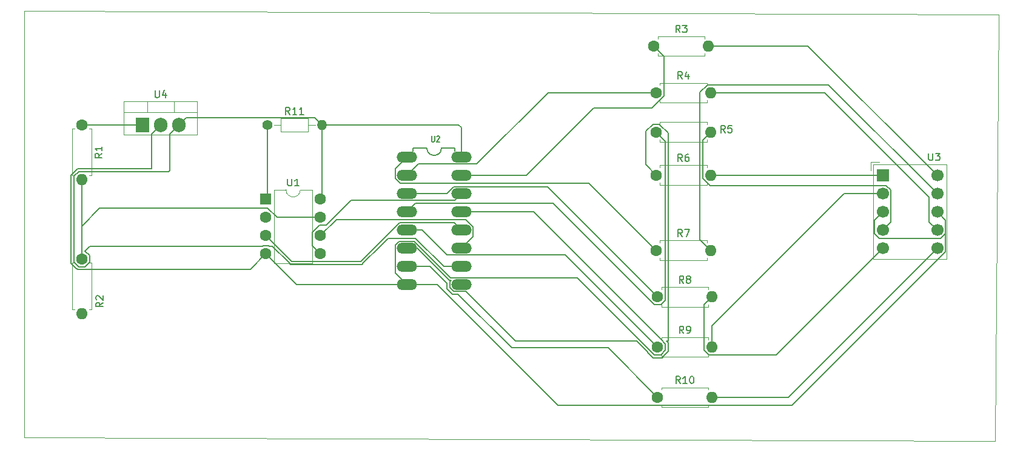
<source format=gbr>
%TF.GenerationSoftware,KiCad,Pcbnew,9.0.0*%
%TF.CreationDate,2025-08-01T20:17:22+05:30*%
%TF.ProjectId,EV_Battery_Level_Indicator,45565f42-6174-4746-9572-795f4c657665,rev?*%
%TF.SameCoordinates,Original*%
%TF.FileFunction,Copper,L2,Bot*%
%TF.FilePolarity,Positive*%
%FSLAX46Y46*%
G04 Gerber Fmt 4.6, Leading zero omitted, Abs format (unit mm)*
G04 Created by KiCad (PCBNEW 9.0.0) date 2025-08-01 20:17:22*
%MOMM*%
%LPD*%
G01*
G04 APERTURE LIST*
G04 Aperture macros list*
%AMRoundRect*
0 Rectangle with rounded corners*
0 $1 Rounding radius*
0 $2 $3 $4 $5 $6 $7 $8 $9 X,Y pos of 4 corners*
0 Add a 4 corners polygon primitive as box body*
4,1,4,$2,$3,$4,$5,$6,$7,$8,$9,$2,$3,0*
0 Add four circle primitives for the rounded corners*
1,1,$1+$1,$2,$3*
1,1,$1+$1,$4,$5*
1,1,$1+$1,$6,$7*
1,1,$1+$1,$8,$9*
0 Add four rect primitives between the rounded corners*
20,1,$1+$1,$2,$3,$4,$5,0*
20,1,$1+$1,$4,$5,$6,$7,0*
20,1,$1+$1,$6,$7,$8,$9,0*
20,1,$1+$1,$8,$9,$2,$3,0*%
G04 Aperture macros list end*
%TA.AperFunction,ComponentPad*%
%ADD10C,1.400000*%
%TD*%
%TA.AperFunction,ComponentPad*%
%ADD11O,1.400000X1.400000*%
%TD*%
%TA.AperFunction,ComponentPad*%
%ADD12R,1.905000X2.000000*%
%TD*%
%TA.AperFunction,ComponentPad*%
%ADD13O,1.905000X2.000000*%
%TD*%
%TA.AperFunction,ComponentPad*%
%ADD14C,1.600000*%
%TD*%
%TA.AperFunction,ComponentPad*%
%ADD15O,1.600000X1.600000*%
%TD*%
%TA.AperFunction,ComponentPad*%
%ADD16R,1.700000X1.700000*%
%TD*%
%TA.AperFunction,ComponentPad*%
%ADD17C,1.700000*%
%TD*%
%TA.AperFunction,ComponentPad*%
%ADD18O,2.641600X1.320800*%
%TD*%
%TA.AperFunction,ComponentPad*%
%ADD19RoundRect,0.250000X-0.550000X-0.550000X0.550000X-0.550000X0.550000X0.550000X-0.550000X0.550000X0*%
%TD*%
%ADD20C,1.400000*%
%ADD21O,1.400000X1.400000*%
%ADD22R,1.905000X2.000000*%
%ADD23O,1.905000X2.000000*%
%ADD24C,1.600000*%
%ADD25O,1.600000X1.600000*%
%ADD26R,1.700000X1.700000*%
%ADD27C,1.700000*%
%ADD28O,2.641600X1.320800*%
%ADD29RoundRect,0.250000X-0.550000X-0.550000X0.550000X-0.550000X0.550000X0.550000X-0.550000X0.550000X0*%
%TA.AperFunction,Conductor*%
%ADD30C,0.200000*%
%TD*%
%ADD31O,2.845600X1.524800*%
%ADD32C,0.150000*%
%ADD33C,0.120000*%
%ADD34C,0.127000*%
%ADD35C,0.152400*%
%TA.AperFunction,Profile*%
%ADD36C,0.050000*%
%TD*%
G04 APERTURE END LIST*
D10*
%TO.P,R11,1*%
%TO.N,Net-(U1-~{RESET}{slash}PB5)*%
X123380000Y-90880000D03*
D11*
%TO.P,R11,2*%
%TO.N,Net-(U1-VCC)*%
X131000000Y-90880000D03*
%TD*%
D12*
%TO.P,U4,1,VI*%
%TO.N,Net-(BT1-+)*%
X105960000Y-90880000D03*
D13*
%TO.P,U4,2,GND*%
%TO.N,GND*%
X108500000Y-90880000D03*
%TO.P,U4,3,VO*%
%TO.N,Net-(U1-VCC)*%
X111040000Y-90880000D03*
%TD*%
D14*
%TO.P,R5,1*%
%TO.N,Net-(U2-QE)*%
X177690000Y-91880000D03*
D15*
%TO.P,R5,2*%
%TO.N,Net-(U3-E)*%
X185310000Y-91880000D03*
%TD*%
D16*
%TO.P,U3,1,G*%
%TO.N,Net-(U3-G)*%
X209317500Y-97927500D03*
D17*
%TO.P,U3,2,F*%
%TO.N,Net-(U3-F)*%
X209317500Y-100467500D03*
%TO.P,U3,3,CC*%
%TO.N,GND*%
X209317500Y-103007500D03*
%TO.P,U3,4,E*%
%TO.N,Net-(U3-E)*%
X209317500Y-105547500D03*
%TO.P,U3,5,D*%
%TO.N,Net-(U3-D)*%
X209317500Y-108087500D03*
%TO.P,U3,6,DP*%
%TO.N,Net-(U3-DP)*%
X216937500Y-108087500D03*
%TO.P,U3,7,C*%
%TO.N,Net-(U3-C)*%
X216937500Y-105547500D03*
%TO.P,U3,8,CC*%
%TO.N,GND*%
X216937500Y-103007500D03*
%TO.P,U3,9,B*%
%TO.N,Net-(U3-B)*%
X216937500Y-100467500D03*
%TO.P,U3,10,A*%
%TO.N,Net-(U3-A)*%
X216937500Y-97927500D03*
%TD*%
D14*
%TO.P,R2,1*%
%TO.N,Net-(U1-PB2)*%
X97500000Y-109570000D03*
D15*
%TO.P,R2,2*%
%TO.N,Net-(BT1--)*%
X97500000Y-117190000D03*
%TD*%
D14*
%TO.P,R4,1*%
%TO.N,Net-(U2-QC)*%
X177690000Y-86380000D03*
D15*
%TO.P,R4,2*%
%TO.N,Net-(U3-C)*%
X185310000Y-86380000D03*
%TD*%
D14*
%TO.P,R9,1*%
%TO.N,Net-(U2-QF)*%
X177880000Y-121880000D03*
D15*
%TO.P,R9,2*%
%TO.N,Net-(U3-F)*%
X185500000Y-121880000D03*
%TD*%
D14*
%TO.P,R1,1*%
%TO.N,Net-(BT1-+)*%
X97500000Y-90880000D03*
D15*
%TO.P,R1,2*%
%TO.N,Net-(U1-PB2)*%
X97500000Y-98500000D03*
%TD*%
D14*
%TO.P,R6,1*%
%TO.N,Net-(U2-QG)*%
X177690000Y-97880000D03*
D15*
%TO.P,R6,2*%
%TO.N,Net-(U3-G)*%
X185310000Y-97880000D03*
%TD*%
D14*
%TO.P,R10,1*%
%TO.N,Net-(U2-QH)*%
X177880000Y-128880000D03*
D15*
%TO.P,R10,2*%
%TO.N,Net-(U3-DP)*%
X185500000Y-128880000D03*
%TD*%
D14*
%TO.P,R7,1*%
%TO.N,Net-(U2-QB)*%
X177690000Y-108380000D03*
D15*
%TO.P,R7,2*%
%TO.N,Net-(U3-B)*%
X185310000Y-108380000D03*
%TD*%
D14*
%TO.P,R8,1*%
%TO.N,Net-(U2-QD)*%
X177880000Y-114880000D03*
D15*
%TO.P,R8,2*%
%TO.N,Net-(U3-D)*%
X185500000Y-114880000D03*
%TD*%
D14*
%TO.P,R3,1*%
%TO.N,Net-(U2-QA)*%
X177380000Y-79880000D03*
D15*
%TO.P,R3,2*%
%TO.N,Net-(U3-A)*%
X185000000Y-79880000D03*
%TD*%
D18*
%TO.P,U2,1,QB*%
%TO.N,Net-(U2-QB)*%
X142880000Y-95380000D03*
%TO.P,U2,2,QC*%
%TO.N,Net-(U2-QC)*%
X142880000Y-97920000D03*
%TO.P,U2,3,QD*%
%TO.N,Net-(U2-QD)*%
X142880000Y-100460000D03*
%TO.P,U2,4,QE*%
%TO.N,Net-(U2-QE)*%
X142880000Y-103000000D03*
%TO.P,U2,5,QF*%
%TO.N,Net-(U2-QF)*%
X142880000Y-105540000D03*
%TO.P,U2,6,QG*%
%TO.N,Net-(U2-QG)*%
X142880000Y-108080000D03*
%TO.P,U2,7,QH*%
%TO.N,Net-(U2-QH)*%
X142880000Y-110620000D03*
%TO.P,U2,8,GND*%
%TO.N,GND*%
X142880000Y-113160000D03*
%TO.P,U2,9,QH\u002A*%
%TO.N,unconnected-(U2-QH\u002A-Pad9)*%
X150500000Y-113160000D03*
%TO.P,U2,10,SCL*%
%TO.N,Net-(U1-VCC)*%
X150500000Y-110620000D03*
%TO.P,U2,11,SCK*%
%TO.N,Net-(U1-PB1)*%
X150500000Y-108080000D03*
%TO.P,U2,12,RCK*%
%TO.N,Net-(U1-XTAL2{slash}PB4)*%
X150500000Y-105540000D03*
%TO.P,U2,13,G*%
%TO.N,GND*%
X150500000Y-103000000D03*
%TO.P,U2,14,SER*%
%TO.N,Net-(U1-AREF{slash}PB0)*%
X150500000Y-100460000D03*
%TO.P,U2,15,QA*%
%TO.N,Net-(U2-QA)*%
X150500000Y-97920000D03*
%TO.P,U2,16,VCC*%
%TO.N,Net-(U1-VCC)*%
X150500000Y-95380000D03*
%TD*%
D19*
%TO.P,U1,1,~{RESET}/PB5*%
%TO.N,Net-(U1-~{RESET}{slash}PB5)*%
X123195000Y-101260000D03*
D14*
%TO.P,U1,2,XTAL1/PB3*%
%TO.N,unconnected-(U1-XTAL1{slash}PB3-Pad2)*%
X123195000Y-103800000D03*
%TO.P,U1,3,XTAL2/PB4*%
%TO.N,Net-(U1-XTAL2{slash}PB4)*%
X123195000Y-106340000D03*
%TO.P,U1,4,GND*%
%TO.N,GND*%
X123195000Y-108880000D03*
%TO.P,U1,5,AREF/PB0*%
%TO.N,Net-(U1-AREF{slash}PB0)*%
X130815000Y-108880000D03*
%TO.P,U1,6,PB1*%
%TO.N,Net-(U1-PB1)*%
X130815000Y-106340000D03*
%TO.P,U1,7,PB2*%
%TO.N,Net-(U1-PB2)*%
X130815000Y-103800000D03*
%TO.P,U1,8,VCC*%
%TO.N,Net-(U1-VCC)*%
X130815000Y-101260000D03*
%TD*%
D20*
%TO.C,R11*%
X123380000Y-90880000D03*
D21*
X131000000Y-90880000D03*
%TD*%
D22*
%TO.C,U4*%
X105960000Y-90880000D03*
D23*
X108500000Y-90880000D03*
X111040000Y-90880000D03*
%TD*%
D24*
%TO.C,R5*%
X177690000Y-91880000D03*
D25*
X185310000Y-91880000D03*
%TD*%
D26*
%TO.C,U3*%
X209317500Y-97927500D03*
D27*
X209317500Y-100467500D03*
X209317500Y-103007500D03*
X209317500Y-105547500D03*
X209317500Y-108087500D03*
X216937500Y-108087500D03*
X216937500Y-105547500D03*
X216937500Y-103007500D03*
X216937500Y-100467500D03*
X216937500Y-97927500D03*
%TD*%
D24*
%TO.C,R2*%
X97500000Y-109570000D03*
D25*
X97500000Y-117190000D03*
%TD*%
D24*
%TO.C,R4*%
X177690000Y-86380000D03*
D25*
X185310000Y-86380000D03*
%TD*%
D24*
%TO.C,R9*%
X177880000Y-121880000D03*
D25*
X185500000Y-121880000D03*
%TD*%
D24*
%TO.C,R1*%
X97500000Y-90880000D03*
D25*
X97500000Y-98500000D03*
%TD*%
D24*
%TO.C,R6*%
X177690000Y-97880000D03*
D25*
X185310000Y-97880000D03*
%TD*%
D24*
%TO.C,R10*%
X177880000Y-128880000D03*
D25*
X185500000Y-128880000D03*
%TD*%
D24*
%TO.C,R7*%
X177690000Y-108380000D03*
D25*
X185310000Y-108380000D03*
%TD*%
D24*
%TO.C,R8*%
X177880000Y-114880000D03*
D25*
X185500000Y-114880000D03*
%TD*%
D24*
%TO.C,R3*%
X177380000Y-79880000D03*
D25*
X185000000Y-79880000D03*
%TD*%
D28*
%TO.C,U2*%
X142880000Y-95380000D03*
X142880000Y-97920000D03*
X142880000Y-100460000D03*
X142880000Y-103000000D03*
X142880000Y-105540000D03*
X142880000Y-108080000D03*
X142880000Y-110620000D03*
X142880000Y-113160000D03*
X150500000Y-113160000D03*
X150500000Y-110620000D03*
X150500000Y-108080000D03*
X150500000Y-105540000D03*
X150500000Y-103000000D03*
X150500000Y-100460000D03*
X150500000Y-97920000D03*
X150500000Y-95380000D03*
%TD*%
D29*
%TO.C,U1*%
X123195000Y-101260000D03*
D24*
X123195000Y-103800000D03*
X123195000Y-106340000D03*
X123195000Y-108880000D03*
X130815000Y-108880000D03*
X130815000Y-106340000D03*
X130815000Y-103800000D03*
X130815000Y-101260000D03*
%TD*%
D10*
%TO.P,R11,1*%
%TO.N,Net-(U1-~{RESET}{slash}PB5)*%
X123380000Y-90880000D03*
D11*
%TO.P,R11,2*%
%TO.N,Net-(U1-VCC)*%
X131000000Y-90880000D03*
%TD*%
D12*
%TO.P,U4,1,VI*%
%TO.N,Net-(BT1-+)*%
X105960000Y-90880000D03*
D13*
%TO.P,U4,2,GND*%
%TO.N,GND*%
X108500000Y-90880000D03*
%TO.P,U4,3,VO*%
%TO.N,Net-(U1-VCC)*%
X111040000Y-90880000D03*
%TD*%
D14*
%TO.P,R5,1*%
%TO.N,Net-(U2-QE)*%
X177690000Y-91880000D03*
D15*
%TO.P,R5,2*%
%TO.N,Net-(U3-E)*%
X185310000Y-91880000D03*
%TD*%
D16*
%TO.P,U3,1,G*%
%TO.N,Net-(U3-G)*%
X209317500Y-97927500D03*
D17*
%TO.P,U3,2,F*%
%TO.N,Net-(U3-F)*%
X209317500Y-100467500D03*
%TO.P,U3,3,CC*%
%TO.N,GND*%
X209317500Y-103007500D03*
%TO.P,U3,4,E*%
%TO.N,Net-(U3-E)*%
X209317500Y-105547500D03*
%TO.P,U3,5,D*%
%TO.N,Net-(U3-D)*%
X209317500Y-108087500D03*
%TO.P,U3,6,DP*%
%TO.N,Net-(U3-DP)*%
X216937500Y-108087500D03*
%TO.P,U3,7,C*%
%TO.N,Net-(U3-C)*%
X216937500Y-105547500D03*
%TO.P,U3,8,CC*%
%TO.N,GND*%
X216937500Y-103007500D03*
%TO.P,U3,9,B*%
%TO.N,Net-(U3-B)*%
X216937500Y-100467500D03*
%TO.P,U3,10,A*%
%TO.N,Net-(U3-A)*%
X216937500Y-97927500D03*
%TD*%
D14*
%TO.P,R2,1*%
%TO.N,Net-(U1-PB2)*%
X97500000Y-109570000D03*
D15*
%TO.P,R2,2*%
%TO.N,Net-(BT1--)*%
X97500000Y-117190000D03*
%TD*%
D14*
%TO.P,R4,1*%
%TO.N,Net-(U2-QC)*%
X177690000Y-86380000D03*
D15*
%TO.P,R4,2*%
%TO.N,Net-(U3-C)*%
X185310000Y-86380000D03*
%TD*%
D14*
%TO.P,R9,1*%
%TO.N,Net-(U2-QF)*%
X177880000Y-121880000D03*
D15*
%TO.P,R9,2*%
%TO.N,Net-(U3-F)*%
X185500000Y-121880000D03*
%TD*%
D14*
%TO.P,R1,1*%
%TO.N,Net-(BT1-+)*%
X97500000Y-90880000D03*
D15*
%TO.P,R1,2*%
%TO.N,Net-(U1-PB2)*%
X97500000Y-98500000D03*
%TD*%
D14*
%TO.P,R6,1*%
%TO.N,Net-(U2-QG)*%
X177690000Y-97880000D03*
D15*
%TO.P,R6,2*%
%TO.N,Net-(U3-G)*%
X185310000Y-97880000D03*
%TD*%
D14*
%TO.P,R10,1*%
%TO.N,Net-(U2-QH)*%
X177880000Y-128880000D03*
D15*
%TO.P,R10,2*%
%TO.N,Net-(U3-DP)*%
X185500000Y-128880000D03*
%TD*%
D14*
%TO.P,R7,1*%
%TO.N,Net-(U2-QB)*%
X177690000Y-108380000D03*
D15*
%TO.P,R7,2*%
%TO.N,Net-(U3-B)*%
X185310000Y-108380000D03*
%TD*%
D14*
%TO.P,R8,1*%
%TO.N,Net-(U2-QD)*%
X177880000Y-114880000D03*
D15*
%TO.P,R8,2*%
%TO.N,Net-(U3-D)*%
X185500000Y-114880000D03*
%TD*%
D14*
%TO.P,R3,1*%
%TO.N,Net-(U2-QA)*%
X177380000Y-79880000D03*
D15*
%TO.P,R3,2*%
%TO.N,Net-(U3-A)*%
X185000000Y-79880000D03*
%TD*%
D18*
%TO.P,U2,1,QB*%
%TO.N,Net-(U2-QB)*%
X142880000Y-95380000D03*
%TO.P,U2,2,QC*%
%TO.N,Net-(U2-QC)*%
X142880000Y-97920000D03*
%TO.P,U2,3,QD*%
%TO.N,Net-(U2-QD)*%
X142880000Y-100460000D03*
%TO.P,U2,4,QE*%
%TO.N,Net-(U2-QE)*%
X142880000Y-103000000D03*
%TO.P,U2,5,QF*%
%TO.N,Net-(U2-QF)*%
X142880000Y-105540000D03*
%TO.P,U2,6,QG*%
%TO.N,Net-(U2-QG)*%
X142880000Y-108080000D03*
%TO.P,U2,7,QH*%
%TO.N,Net-(U2-QH)*%
X142880000Y-110620000D03*
%TO.P,U2,8,GND*%
%TO.N,GND*%
X142880000Y-113160000D03*
%TO.P,U2,9,QH\u002A*%
%TO.N,unconnected-(U2-QH\u002A-Pad9)*%
X150500000Y-113160000D03*
%TO.P,U2,10,SCL*%
%TO.N,Net-(U1-VCC)*%
X150500000Y-110620000D03*
%TO.P,U2,11,SCK*%
%TO.N,Net-(U1-PB1)*%
X150500000Y-108080000D03*
%TO.P,U2,12,RCK*%
%TO.N,Net-(U1-XTAL2{slash}PB4)*%
X150500000Y-105540000D03*
%TO.P,U2,13,G*%
%TO.N,GND*%
X150500000Y-103000000D03*
%TO.P,U2,14,SER*%
%TO.N,Net-(U1-AREF{slash}PB0)*%
X150500000Y-100460000D03*
%TO.P,U2,15,QA*%
%TO.N,Net-(U2-QA)*%
X150500000Y-97920000D03*
%TO.P,U2,16,VCC*%
%TO.N,Net-(U1-VCC)*%
X150500000Y-95380000D03*
%TD*%
D19*
%TO.P,U1,1,~{RESET}/PB5*%
%TO.N,Net-(U1-~{RESET}{slash}PB5)*%
X123195000Y-101260000D03*
D14*
%TO.P,U1,2,XTAL1/PB3*%
%TO.N,unconnected-(U1-XTAL1{slash}PB3-Pad2)*%
X123195000Y-103800000D03*
%TO.P,U1,3,XTAL2/PB4*%
%TO.N,Net-(U1-XTAL2{slash}PB4)*%
X123195000Y-106340000D03*
%TO.P,U1,4,GND*%
%TO.N,GND*%
X123195000Y-108880000D03*
%TO.P,U1,5,AREF/PB0*%
%TO.N,Net-(U1-AREF{slash}PB0)*%
X130815000Y-108880000D03*
%TO.P,U1,6,PB1*%
%TO.N,Net-(U1-PB1)*%
X130815000Y-106340000D03*
%TO.P,U1,7,PB2*%
%TO.N,Net-(U1-PB2)*%
X130815000Y-103800000D03*
%TO.P,U1,8,VCC*%
%TO.N,Net-(U1-VCC)*%
X130815000Y-101260000D03*
%TD*%
D30*
%TO.N,GND*%
X98122150Y-96998000D02*
X107199000Y-96998000D01*
X97789950Y-96998000D02*
X98122150Y-96998000D01*
X97210050Y-96998000D02*
X97789950Y-96998000D01*
X107199000Y-96998000D02*
X107199000Y-92181000D01*
X96877850Y-96998000D02*
X97210050Y-96998000D01*
X96232900Y-97642950D02*
X96642950Y-97232900D01*
X95998000Y-98210050D02*
X95998000Y-97877850D01*
X95998000Y-98789950D02*
X95998000Y-98210050D01*
X95998000Y-108947850D02*
X95998000Y-99122150D01*
X95998000Y-109280050D02*
X95998000Y-108947850D01*
X95998000Y-109859950D02*
X95998000Y-109280050D01*
X95998000Y-110002000D02*
X95998000Y-109859950D01*
X95998000Y-110192150D02*
X95998000Y-110002000D01*
X95998000Y-97877850D02*
X96232900Y-97642950D01*
X96877850Y-111072000D02*
X96642950Y-110837100D01*
X95998000Y-99122150D02*
X95998000Y-98789950D01*
X98122150Y-111072000D02*
X97789950Y-111072000D01*
X97789950Y-111072000D02*
X97210050Y-111072000D01*
X97210050Y-111072000D02*
X96877850Y-111072000D01*
X96642950Y-110837100D02*
X96232900Y-110427050D01*
X96642950Y-97232900D02*
X96877850Y-96998000D01*
X96232900Y-110427050D02*
X95998000Y-110192150D01*
X121003000Y-111072000D02*
X98122150Y-111072000D01*
X123195000Y-108880000D02*
X121003000Y-111072000D01*
X107199000Y-92181000D02*
X108500000Y-90880000D01*
X127475000Y-113160000D02*
X142880000Y-113160000D01*
X123195000Y-108880000D02*
X127475000Y-113160000D01*
%TO.N,Net-(U1-VCC)*%
X109739000Y-92181000D02*
X111040000Y-90880000D01*
X109739000Y-97261000D02*
X109739000Y-92181000D01*
X109601000Y-97399000D02*
X109739000Y-97261000D01*
X97956050Y-97399000D02*
X109601000Y-97399000D01*
X96399000Y-98956050D02*
X96399000Y-98043950D01*
X96399000Y-109113950D02*
X96399000Y-98956050D01*
X96399000Y-110026050D02*
X96399000Y-109113950D01*
X97043950Y-97399000D02*
X97956050Y-97399000D01*
X97043950Y-110671000D02*
X96399000Y-110026050D01*
X97956050Y-110671000D02*
X97043950Y-110671000D01*
X98601000Y-110026050D02*
X97956050Y-110671000D01*
X96399000Y-98043950D02*
X97043950Y-97399000D01*
X98601000Y-109113950D02*
X98601000Y-110026050D01*
X98625050Y-107800000D02*
X97956050Y-108469000D01*
X122717950Y-107800000D02*
X98625050Y-107800000D01*
X122738950Y-107779000D02*
X122717950Y-107800000D01*
X97956050Y-108469000D02*
X98601000Y-109113950D01*
X123651050Y-107779000D02*
X122738950Y-107779000D01*
X126435000Y-110147100D02*
X124087900Y-107800000D01*
X124087900Y-107800000D02*
X123672050Y-107800000D01*
X126669900Y-110382000D02*
X126435000Y-110147100D01*
X123672050Y-107800000D02*
X123651050Y-107779000D01*
X136585075Y-110382000D02*
X136252875Y-110382000D01*
X136819975Y-110147100D02*
X136585075Y-110382000D01*
X140249475Y-106717600D02*
X139167075Y-107800000D01*
X127002100Y-110382000D02*
X126669900Y-110382000D01*
X136252875Y-110382000D02*
X127002100Y-110382000D01*
X144104725Y-106717600D02*
X140249475Y-106717600D01*
X148007125Y-110620000D02*
X144104725Y-106717600D01*
X139167075Y-107800000D02*
X136819975Y-110147100D01*
X150500000Y-110620000D02*
X148007125Y-110620000D01*
%TO.N,GND*%
X163981000Y-129981000D02*
X147160000Y-113160000D01*
X218088500Y-108564260D02*
X196671760Y-129981000D01*
X196671760Y-129981000D02*
X163981000Y-129981000D01*
X147160000Y-113160000D02*
X142880000Y-113160000D01*
X218088500Y-104158500D02*
X218088500Y-108564260D01*
X218088500Y-106024260D02*
X218088500Y-104158500D01*
X218088500Y-104158500D02*
X216937500Y-103007500D01*
X217414260Y-106698500D02*
X218088500Y-106024260D01*
X208166500Y-106024260D02*
X208840740Y-106698500D01*
X208166500Y-104158500D02*
X208166500Y-106024260D01*
X208840740Y-106698500D02*
X217414260Y-106698500D01*
X209317500Y-103007500D02*
X208166500Y-104158500D01*
%TO.N,Net-(U2-QH)*%
X149275275Y-114522400D02*
X148477200Y-113724325D01*
X148477200Y-112977200D02*
X146120000Y-110620000D01*
X150022400Y-114522400D02*
X149275275Y-114522400D01*
X157500000Y-122000000D02*
X150022400Y-114522400D01*
X148477200Y-113724325D02*
X148477200Y-112977200D01*
X171000000Y-122000000D02*
X157500000Y-122000000D01*
X146120000Y-110620000D02*
X142880000Y-110620000D01*
X177880000Y-128880000D02*
X171000000Y-122000000D01*
%TO.N,Net-(U2-QG)*%
X176244150Y-96434150D02*
X177690000Y-97880000D01*
X176244150Y-91768800D02*
X176244150Y-96434150D01*
X177233950Y-90779000D02*
X176244150Y-91768800D01*
X179382000Y-92014950D02*
X178146050Y-90779000D01*
X179147100Y-121022950D02*
X179124150Y-121000000D01*
X179124150Y-121000000D02*
X179382000Y-121000000D01*
X179382000Y-121257850D02*
X179147100Y-121022950D01*
X179382000Y-121590050D02*
X179382000Y-121257850D01*
X179382000Y-122169950D02*
X179382000Y-121590050D01*
X179147100Y-122737050D02*
X179382000Y-122502150D01*
X179382000Y-121000000D02*
X179382000Y-92014950D01*
X178737050Y-123147100D02*
X179147100Y-122737050D01*
X179382000Y-122502150D02*
X179382000Y-122169950D01*
X178169950Y-123382000D02*
X178502150Y-123382000D01*
X177590050Y-123382000D02*
X177647100Y-123382000D01*
X177314900Y-123382000D02*
X177590050Y-123382000D01*
X177257850Y-123382000D02*
X177314900Y-123382000D01*
X178146050Y-90779000D02*
X177233950Y-90779000D01*
X176612900Y-122737050D02*
X177022950Y-123147100D01*
X177647100Y-123382000D02*
X178169950Y-123382000D01*
X176378000Y-122502150D02*
X176612900Y-122737050D01*
X176378000Y-122445100D02*
X176378000Y-122502150D01*
X174932900Y-121000000D02*
X176378000Y-122445100D01*
X158000000Y-121000000D02*
X174932900Y-121000000D01*
X149441375Y-114121400D02*
X151121400Y-114121400D01*
X151121400Y-114121400D02*
X158000000Y-121000000D01*
X149040375Y-112599600D02*
X148878200Y-112761775D01*
X148852525Y-112599600D02*
X149040375Y-112599600D01*
X148878200Y-113558225D02*
X149441375Y-114121400D01*
X178502150Y-123382000D02*
X178737050Y-123147100D01*
X148617625Y-112364700D02*
X148852525Y-112599600D01*
X144332925Y-108080000D02*
X148617625Y-112364700D01*
X142880000Y-108080000D02*
X144332925Y-108080000D01*
X148878200Y-112761775D02*
X148878200Y-113558225D01*
X177022950Y-123147100D02*
X177257850Y-123382000D01*
%TO.N,Net-(U2-QF)*%
X149441375Y-109041400D02*
X151558625Y-109041400D01*
X149399975Y-109000000D02*
X149441375Y-109041400D01*
X151600025Y-109000000D02*
X165000000Y-109000000D01*
X148500000Y-109000000D02*
X149399975Y-109000000D01*
X165000000Y-109000000D02*
X177880000Y-121880000D01*
X142880000Y-105540000D02*
X145040000Y-105540000D01*
X145040000Y-105540000D02*
X148500000Y-109000000D01*
X151558625Y-109041400D02*
X151600025Y-109000000D01*
%TO.N,Net-(U1-PB1)*%
X152121800Y-106458200D02*
X150500000Y-108080000D01*
X152121800Y-105141775D02*
X152121800Y-106458200D01*
X133056000Y-104099000D02*
X151079025Y-104099000D01*
X130815000Y-106340000D02*
X133056000Y-104099000D01*
X151079025Y-104099000D02*
X152121800Y-105141775D01*
%TO.N,Net-(U1-XTAL2{slash}PB4)*%
X149460000Y-104500000D02*
X150500000Y-105540000D01*
X141899975Y-104500000D02*
X149460000Y-104500000D01*
X136418975Y-109981000D02*
X141899975Y-104500000D01*
X126836000Y-109981000D02*
X136418975Y-109981000D01*
X123195000Y-106340000D02*
X126836000Y-109981000D01*
%TO.N,Net-(U2-QE)*%
X178981000Y-115336050D02*
X178981000Y-93171000D01*
X178336050Y-115981000D02*
X178981000Y-115336050D01*
X177423950Y-115981000D02*
X178336050Y-115981000D01*
X144057600Y-101822400D02*
X163265350Y-101822400D01*
X163265350Y-101822400D02*
X177423950Y-115981000D01*
X142880000Y-103000000D02*
X144057600Y-101822400D01*
X178981000Y-93171000D02*
X177690000Y-91880000D01*
%TO.N,Net-(U1-AREF{slash}PB0)*%
X131599000Y-104901000D02*
X135078600Y-101421400D01*
X130696950Y-104901000D02*
X131599000Y-104901000D01*
X149538600Y-101421400D02*
X150500000Y-100460000D01*
X129714000Y-105883950D02*
X130696950Y-104901000D01*
X129714000Y-107779000D02*
X129714000Y-105883950D01*
X135078600Y-101421400D02*
X149538600Y-101421400D01*
X130815000Y-108880000D02*
X129714000Y-107779000D01*
%TO.N,Net-(U2-QD)*%
X149420000Y-99500000D02*
X162500000Y-99500000D01*
X148460000Y-100460000D02*
X149420000Y-99500000D01*
X162500000Y-99500000D02*
X177880000Y-114880000D01*
X142880000Y-100460000D02*
X148460000Y-100460000D01*
%TO.N,Net-(U2-QB)*%
X168310000Y-99000000D02*
X177690000Y-108380000D01*
X141939975Y-99000000D02*
X168310000Y-99000000D01*
X141258200Y-97001800D02*
X141258200Y-98318225D01*
X141258200Y-98318225D02*
X141939975Y-99000000D01*
X142880000Y-95380000D02*
X141258200Y-97001800D01*
%TO.N,Net-(U2-QA)*%
X178791000Y-81291000D02*
X177380000Y-79880000D01*
X178791000Y-86836050D02*
X178791000Y-81291000D01*
X177127050Y-88500000D02*
X178791000Y-86836050D01*
X169000000Y-88500000D02*
X177127050Y-88500000D01*
X159580000Y-97920000D02*
X169000000Y-88500000D01*
X150500000Y-97920000D02*
X159580000Y-97920000D01*
%TO.N,Net-(U2-QC)*%
X162620000Y-86380000D02*
X177690000Y-86380000D01*
X144458600Y-96341400D02*
X152658600Y-96341400D01*
X142880000Y-97920000D02*
X144458600Y-96341400D01*
X152658600Y-96341400D02*
X162620000Y-86380000D01*
%TO.N,Net-(U1-PB2)*%
X97500000Y-98500000D02*
X97500000Y-105000000D01*
X97500000Y-105000000D02*
X97500000Y-109570000D01*
%TO.N,Net-(BT1-+)*%
X97500000Y-90880000D02*
X105960000Y-90880000D01*
%TO.N,Net-(U3-A)*%
X198890000Y-79880000D02*
X216937500Y-97927500D01*
X185000000Y-79880000D02*
X198890000Y-79880000D01*
%TO.N,Net-(U3-C)*%
X185310000Y-86380000D02*
X201222240Y-86380000D01*
X215786500Y-104396500D02*
X216937500Y-105547500D01*
X201222240Y-86380000D02*
X215786500Y-100944260D01*
X215786500Y-100944260D02*
X215786500Y-104396500D01*
%TO.N,Net-(U3-E)*%
X185189450Y-99316500D02*
X209794260Y-99316500D01*
X184209000Y-98336050D02*
X185189450Y-99316500D01*
X209794260Y-99316500D02*
X210468500Y-99990740D01*
X184209000Y-92981000D02*
X184209000Y-98336050D01*
X210468500Y-104396500D02*
X209317500Y-105547500D01*
X210468500Y-99990740D02*
X210468500Y-104396500D01*
X185310000Y-91880000D02*
X184209000Y-92981000D01*
%TO.N,Net-(U3-G)*%
X185310000Y-97880000D02*
X209270000Y-97880000D01*
X209270000Y-97880000D02*
X209317500Y-97927500D01*
%TO.N,Net-(U3-B)*%
X184853950Y-85279000D02*
X201749000Y-85279000D01*
X185310000Y-108380000D02*
X183808000Y-106878000D01*
X201749000Y-85279000D02*
X216937500Y-100467500D01*
X183808000Y-106878000D02*
X183808000Y-86324950D01*
X183808000Y-86324950D02*
X184853950Y-85279000D01*
%TO.N,Net-(U3-D)*%
X184399000Y-122336050D02*
X185043950Y-122981000D01*
X194424000Y-122981000D02*
X209317500Y-108087500D01*
X184399000Y-115981000D02*
X184399000Y-122336050D01*
X185043950Y-122981000D02*
X194424000Y-122981000D01*
X185500000Y-114880000D02*
X184399000Y-115981000D01*
%TO.N,Net-(U3-F)*%
X185500000Y-118880000D02*
X203912500Y-100467500D01*
X203912500Y-100467500D02*
X209317500Y-100467500D01*
X185500000Y-121880000D02*
X185500000Y-118880000D01*
%TO.N,Net-(U3-DP)*%
X196145000Y-128880000D02*
X216937500Y-108087500D01*
X185500000Y-128880000D02*
X196145000Y-128880000D01*
%TO.N,Net-(U1-~{RESET}{slash}PB5)*%
X123380000Y-90880000D02*
X123380000Y-101075000D01*
X123380000Y-101075000D02*
X123195000Y-101260000D01*
%TO.N,Net-(U1-VCC)*%
X150500000Y-91272193D02*
X150107807Y-90880000D01*
X131000000Y-90880000D02*
X131000000Y-101075000D01*
X150107807Y-90880000D02*
X131000000Y-90880000D01*
X131000000Y-101075000D02*
X130815000Y-101260000D01*
X112041000Y-89879000D02*
X129999000Y-89879000D01*
X111040000Y-90880000D02*
X112041000Y-89879000D01*
X129999000Y-89879000D02*
X131000000Y-90880000D01*
X150500000Y-95380000D02*
X150500000Y-91272193D01*
%TO.N,Net-(U1-PB2)*%
X123452050Y-102500000D02*
X100000000Y-102500000D01*
X124752050Y-103800000D02*
X123452050Y-102500000D01*
X100000000Y-102500000D02*
X97500000Y-105000000D01*
X130815000Y-103800000D02*
X124752050Y-103800000D01*
%TO.N,GND*%
X141821375Y-107118600D02*
X141258200Y-107681775D01*
X149018625Y-112198600D02*
X143938625Y-107118600D01*
X176779000Y-122279000D02*
X166698600Y-112198600D01*
X176779000Y-122336050D02*
X176779000Y-122279000D01*
X166698600Y-112198600D02*
X149018625Y-112198600D01*
X178981000Y-122336050D02*
X178336050Y-122981000D01*
X178981000Y-121423950D02*
X178981000Y-122336050D01*
X178336050Y-120779000D02*
X178981000Y-121423950D01*
X160557050Y-103000000D02*
X178336050Y-120779000D01*
X177423950Y-122981000D02*
X176779000Y-122336050D01*
X150500000Y-103000000D02*
X160557050Y-103000000D01*
X177481000Y-122981000D02*
X177423950Y-122981000D01*
X178336050Y-122981000D02*
X177481000Y-122981000D01*
X143938625Y-107118600D02*
X141821375Y-107118600D01*
X141258200Y-111538200D02*
X142880000Y-113160000D01*
X141258200Y-107681775D02*
X141258200Y-111538200D01*
%TD*%
D20*
%TO.C,R11*%
X123380000Y-90880000D03*
D21*
X131000000Y-90880000D03*
%TD*%
D22*
%TO.C,U4*%
X105960000Y-90880000D03*
D23*
X108500000Y-90880000D03*
X111040000Y-90880000D03*
%TD*%
D24*
%TO.C,R5*%
X177690000Y-91880000D03*
D25*
X185310000Y-91880000D03*
%TD*%
D26*
%TO.C,U3*%
X209317500Y-97927500D03*
D27*
X209317500Y-100467500D03*
X209317500Y-103007500D03*
X209317500Y-105547500D03*
X209317500Y-108087500D03*
X216937500Y-108087500D03*
X216937500Y-105547500D03*
X216937500Y-103007500D03*
X216937500Y-100467500D03*
X216937500Y-97927500D03*
%TD*%
D24*
%TO.C,R2*%
X97500000Y-109570000D03*
D25*
X97500000Y-117190000D03*
%TD*%
D24*
%TO.C,R4*%
X177690000Y-86380000D03*
D25*
X185310000Y-86380000D03*
%TD*%
D24*
%TO.C,R9*%
X177880000Y-121880000D03*
D25*
X185500000Y-121880000D03*
%TD*%
D24*
%TO.C,R1*%
X97500000Y-90880000D03*
D25*
X97500000Y-98500000D03*
%TD*%
D24*
%TO.C,R6*%
X177690000Y-97880000D03*
D25*
X185310000Y-97880000D03*
%TD*%
D24*
%TO.C,R10*%
X177880000Y-128880000D03*
D25*
X185500000Y-128880000D03*
%TD*%
D24*
%TO.C,R7*%
X177690000Y-108380000D03*
D25*
X185310000Y-108380000D03*
%TD*%
D24*
%TO.C,R8*%
X177880000Y-114880000D03*
D25*
X185500000Y-114880000D03*
%TD*%
D24*
%TO.C,R3*%
X177380000Y-79880000D03*
D25*
X185000000Y-79880000D03*
%TD*%
D31*
%TO.C,U2*%
X142880000Y-95380000D03*
X142880000Y-97920000D03*
X142880000Y-100460000D03*
X142880000Y-103000000D03*
X142880000Y-105540000D03*
X142880000Y-108080000D03*
X142880000Y-110620000D03*
X142880000Y-113160000D03*
X150500000Y-113160000D03*
X150500000Y-110620000D03*
X150500000Y-108080000D03*
X150500000Y-105540000D03*
X150500000Y-103000000D03*
X150500000Y-100460000D03*
X150500000Y-97920000D03*
X150500000Y-95380000D03*
%TD*%
D29*
%TO.C,U1*%
X123195000Y-101260000D03*
D24*
X123195000Y-103800000D03*
X123195000Y-106340000D03*
X123195000Y-108880000D03*
X130815000Y-108880000D03*
X130815000Y-106340000D03*
X130815000Y-103800000D03*
X130815000Y-101260000D03*
%TD*%
D32*
X126547142Y-89414819D02*
X126213809Y-88938628D01*
X125975714Y-89414819D02*
X125975714Y-88414819D01*
X125975714Y-88414819D02*
X126356666Y-88414819D01*
X126356666Y-88414819D02*
X126451904Y-88462438D01*
X126451904Y-88462438D02*
X126499523Y-88510057D01*
X126499523Y-88510057D02*
X126547142Y-88605295D01*
X126547142Y-88605295D02*
X126547142Y-88748152D01*
X126547142Y-88748152D02*
X126499523Y-88843390D01*
X126499523Y-88843390D02*
X126451904Y-88891009D01*
X126451904Y-88891009D02*
X126356666Y-88938628D01*
X126356666Y-88938628D02*
X125975714Y-88938628D01*
X127499523Y-89414819D02*
X126928095Y-89414819D01*
X127213809Y-89414819D02*
X127213809Y-88414819D01*
X127213809Y-88414819D02*
X127118571Y-88557676D01*
X127118571Y-88557676D02*
X127023333Y-88652914D01*
X127023333Y-88652914D02*
X126928095Y-88700533D01*
X128451904Y-89414819D02*
X127880476Y-89414819D01*
X128166190Y-89414819D02*
X128166190Y-88414819D01*
X128166190Y-88414819D02*
X128070952Y-88557676D01*
X128070952Y-88557676D02*
X127975714Y-88652914D01*
X127975714Y-88652914D02*
X127880476Y-88700533D01*
X107738095Y-86064819D02*
X107738095Y-86874342D01*
X107738095Y-86874342D02*
X107785714Y-86969580D01*
X107785714Y-86969580D02*
X107833333Y-87017200D01*
X107833333Y-87017200D02*
X107928571Y-87064819D01*
X107928571Y-87064819D02*
X108119047Y-87064819D01*
X108119047Y-87064819D02*
X108214285Y-87017200D01*
X108214285Y-87017200D02*
X108261904Y-86969580D01*
X108261904Y-86969580D02*
X108309523Y-86874342D01*
X108309523Y-86874342D02*
X108309523Y-86064819D01*
X109214285Y-86398152D02*
X109214285Y-87064819D01*
X108976190Y-86017200D02*
X108738095Y-86731485D01*
X108738095Y-86731485D02*
X109357142Y-86731485D01*
X187333333Y-91954819D02*
X187000000Y-91478628D01*
X186761905Y-91954819D02*
X186761905Y-90954819D01*
X186761905Y-90954819D02*
X187142857Y-90954819D01*
X187142857Y-90954819D02*
X187238095Y-91002438D01*
X187238095Y-91002438D02*
X187285714Y-91050057D01*
X187285714Y-91050057D02*
X187333333Y-91145295D01*
X187333333Y-91145295D02*
X187333333Y-91288152D01*
X187333333Y-91288152D02*
X187285714Y-91383390D01*
X187285714Y-91383390D02*
X187238095Y-91431009D01*
X187238095Y-91431009D02*
X187142857Y-91478628D01*
X187142857Y-91478628D02*
X186761905Y-91478628D01*
X188238095Y-90954819D02*
X187761905Y-90954819D01*
X187761905Y-90954819D02*
X187714286Y-91431009D01*
X187714286Y-91431009D02*
X187761905Y-91383390D01*
X187761905Y-91383390D02*
X187857143Y-91335771D01*
X187857143Y-91335771D02*
X188095238Y-91335771D01*
X188095238Y-91335771D02*
X188190476Y-91383390D01*
X188190476Y-91383390D02*
X188238095Y-91431009D01*
X188238095Y-91431009D02*
X188285714Y-91526247D01*
X188285714Y-91526247D02*
X188285714Y-91764342D01*
X188285714Y-91764342D02*
X188238095Y-91859580D01*
X188238095Y-91859580D02*
X188190476Y-91907200D01*
X188190476Y-91907200D02*
X188095238Y-91954819D01*
X188095238Y-91954819D02*
X187857143Y-91954819D01*
X187857143Y-91954819D02*
X187761905Y-91907200D01*
X187761905Y-91907200D02*
X187714286Y-91859580D01*
X215738095Y-94842319D02*
X215738095Y-95651842D01*
X215738095Y-95651842D02*
X215785714Y-95747080D01*
X215785714Y-95747080D02*
X215833333Y-95794700D01*
X215833333Y-95794700D02*
X215928571Y-95842319D01*
X215928571Y-95842319D02*
X216119047Y-95842319D01*
X216119047Y-95842319D02*
X216214285Y-95794700D01*
X216214285Y-95794700D02*
X216261904Y-95747080D01*
X216261904Y-95747080D02*
X216309523Y-95651842D01*
X216309523Y-95651842D02*
X216309523Y-94842319D01*
X216690476Y-94842319D02*
X217309523Y-94842319D01*
X217309523Y-94842319D02*
X216976190Y-95223271D01*
X216976190Y-95223271D02*
X217119047Y-95223271D01*
X217119047Y-95223271D02*
X217214285Y-95270890D01*
X217214285Y-95270890D02*
X217261904Y-95318509D01*
X217261904Y-95318509D02*
X217309523Y-95413747D01*
X217309523Y-95413747D02*
X217309523Y-95651842D01*
X217309523Y-95651842D02*
X217261904Y-95747080D01*
X217261904Y-95747080D02*
X217214285Y-95794700D01*
X217214285Y-95794700D02*
X217119047Y-95842319D01*
X217119047Y-95842319D02*
X216833333Y-95842319D01*
X216833333Y-95842319D02*
X216738095Y-95794700D01*
X216738095Y-95794700D02*
X216690476Y-95747080D01*
X100454819Y-115666666D02*
X99978628Y-115999999D01*
X100454819Y-116238094D02*
X99454819Y-116238094D01*
X99454819Y-116238094D02*
X99454819Y-115857142D01*
X99454819Y-115857142D02*
X99502438Y-115761904D01*
X99502438Y-115761904D02*
X99550057Y-115714285D01*
X99550057Y-115714285D02*
X99645295Y-115666666D01*
X99645295Y-115666666D02*
X99788152Y-115666666D01*
X99788152Y-115666666D02*
X99883390Y-115714285D01*
X99883390Y-115714285D02*
X99931009Y-115761904D01*
X99931009Y-115761904D02*
X99978628Y-115857142D01*
X99978628Y-115857142D02*
X99978628Y-116238094D01*
X99550057Y-115285713D02*
X99502438Y-115238094D01*
X99502438Y-115238094D02*
X99454819Y-115142856D01*
X99454819Y-115142856D02*
X99454819Y-114904761D01*
X99454819Y-114904761D02*
X99502438Y-114809523D01*
X99502438Y-114809523D02*
X99550057Y-114761904D01*
X99550057Y-114761904D02*
X99645295Y-114714285D01*
X99645295Y-114714285D02*
X99740533Y-114714285D01*
X99740533Y-114714285D02*
X99883390Y-114761904D01*
X99883390Y-114761904D02*
X100454819Y-115333332D01*
X100454819Y-115333332D02*
X100454819Y-114714285D01*
X181333333Y-84464819D02*
X181000000Y-83988628D01*
X180761905Y-84464819D02*
X180761905Y-83464819D01*
X180761905Y-83464819D02*
X181142857Y-83464819D01*
X181142857Y-83464819D02*
X181238095Y-83512438D01*
X181238095Y-83512438D02*
X181285714Y-83560057D01*
X181285714Y-83560057D02*
X181333333Y-83655295D01*
X181333333Y-83655295D02*
X181333333Y-83798152D01*
X181333333Y-83798152D02*
X181285714Y-83893390D01*
X181285714Y-83893390D02*
X181238095Y-83941009D01*
X181238095Y-83941009D02*
X181142857Y-83988628D01*
X181142857Y-83988628D02*
X180761905Y-83988628D01*
X182190476Y-83798152D02*
X182190476Y-84464819D01*
X181952381Y-83417200D02*
X181714286Y-84131485D01*
X181714286Y-84131485D02*
X182333333Y-84131485D01*
X181523333Y-119964819D02*
X181190000Y-119488628D01*
X180951905Y-119964819D02*
X180951905Y-118964819D01*
X180951905Y-118964819D02*
X181332857Y-118964819D01*
X181332857Y-118964819D02*
X181428095Y-119012438D01*
X181428095Y-119012438D02*
X181475714Y-119060057D01*
X181475714Y-119060057D02*
X181523333Y-119155295D01*
X181523333Y-119155295D02*
X181523333Y-119298152D01*
X181523333Y-119298152D02*
X181475714Y-119393390D01*
X181475714Y-119393390D02*
X181428095Y-119441009D01*
X181428095Y-119441009D02*
X181332857Y-119488628D01*
X181332857Y-119488628D02*
X180951905Y-119488628D01*
X181999524Y-119964819D02*
X182190000Y-119964819D01*
X182190000Y-119964819D02*
X182285238Y-119917200D01*
X182285238Y-119917200D02*
X182332857Y-119869580D01*
X182332857Y-119869580D02*
X182428095Y-119726723D01*
X182428095Y-119726723D02*
X182475714Y-119536247D01*
X182475714Y-119536247D02*
X182475714Y-119155295D01*
X182475714Y-119155295D02*
X182428095Y-119060057D01*
X182428095Y-119060057D02*
X182380476Y-119012438D01*
X182380476Y-119012438D02*
X182285238Y-118964819D01*
X182285238Y-118964819D02*
X182094762Y-118964819D01*
X182094762Y-118964819D02*
X181999524Y-119012438D01*
X181999524Y-119012438D02*
X181951905Y-119060057D01*
X181951905Y-119060057D02*
X181904286Y-119155295D01*
X181904286Y-119155295D02*
X181904286Y-119393390D01*
X181904286Y-119393390D02*
X181951905Y-119488628D01*
X181951905Y-119488628D02*
X181999524Y-119536247D01*
X181999524Y-119536247D02*
X182094762Y-119583866D01*
X182094762Y-119583866D02*
X182285238Y-119583866D01*
X182285238Y-119583866D02*
X182380476Y-119536247D01*
X182380476Y-119536247D02*
X182428095Y-119488628D01*
X182428095Y-119488628D02*
X182475714Y-119393390D01*
X100324819Y-94856666D02*
X99848628Y-95189999D01*
X100324819Y-95428094D02*
X99324819Y-95428094D01*
X99324819Y-95428094D02*
X99324819Y-95047142D01*
X99324819Y-95047142D02*
X99372438Y-94951904D01*
X99372438Y-94951904D02*
X99420057Y-94904285D01*
X99420057Y-94904285D02*
X99515295Y-94856666D01*
X99515295Y-94856666D02*
X99658152Y-94856666D01*
X99658152Y-94856666D02*
X99753390Y-94904285D01*
X99753390Y-94904285D02*
X99801009Y-94951904D01*
X99801009Y-94951904D02*
X99848628Y-95047142D01*
X99848628Y-95047142D02*
X99848628Y-95428094D01*
X100324819Y-93904285D02*
X100324819Y-94475713D01*
X100324819Y-94189999D02*
X99324819Y-94189999D01*
X99324819Y-94189999D02*
X99467676Y-94285237D01*
X99467676Y-94285237D02*
X99562914Y-94380475D01*
X99562914Y-94380475D02*
X99610533Y-94475713D01*
X181333333Y-95964819D02*
X181000000Y-95488628D01*
X180761905Y-95964819D02*
X180761905Y-94964819D01*
X180761905Y-94964819D02*
X181142857Y-94964819D01*
X181142857Y-94964819D02*
X181238095Y-95012438D01*
X181238095Y-95012438D02*
X181285714Y-95060057D01*
X181285714Y-95060057D02*
X181333333Y-95155295D01*
X181333333Y-95155295D02*
X181333333Y-95298152D01*
X181333333Y-95298152D02*
X181285714Y-95393390D01*
X181285714Y-95393390D02*
X181238095Y-95441009D01*
X181238095Y-95441009D02*
X181142857Y-95488628D01*
X181142857Y-95488628D02*
X180761905Y-95488628D01*
X182190476Y-94964819D02*
X182000000Y-94964819D01*
X182000000Y-94964819D02*
X181904762Y-95012438D01*
X181904762Y-95012438D02*
X181857143Y-95060057D01*
X181857143Y-95060057D02*
X181761905Y-95202914D01*
X181761905Y-95202914D02*
X181714286Y-95393390D01*
X181714286Y-95393390D02*
X181714286Y-95774342D01*
X181714286Y-95774342D02*
X181761905Y-95869580D01*
X181761905Y-95869580D02*
X181809524Y-95917200D01*
X181809524Y-95917200D02*
X181904762Y-95964819D01*
X181904762Y-95964819D02*
X182095238Y-95964819D01*
X182095238Y-95964819D02*
X182190476Y-95917200D01*
X182190476Y-95917200D02*
X182238095Y-95869580D01*
X182238095Y-95869580D02*
X182285714Y-95774342D01*
X182285714Y-95774342D02*
X182285714Y-95536247D01*
X182285714Y-95536247D02*
X182238095Y-95441009D01*
X182238095Y-95441009D02*
X182190476Y-95393390D01*
X182190476Y-95393390D02*
X182095238Y-95345771D01*
X182095238Y-95345771D02*
X181904762Y-95345771D01*
X181904762Y-95345771D02*
X181809524Y-95393390D01*
X181809524Y-95393390D02*
X181761905Y-95441009D01*
X181761905Y-95441009D02*
X181714286Y-95536247D01*
X181047142Y-126964819D02*
X180713809Y-126488628D01*
X180475714Y-126964819D02*
X180475714Y-125964819D01*
X180475714Y-125964819D02*
X180856666Y-125964819D01*
X180856666Y-125964819D02*
X180951904Y-126012438D01*
X180951904Y-126012438D02*
X180999523Y-126060057D01*
X180999523Y-126060057D02*
X181047142Y-126155295D01*
X181047142Y-126155295D02*
X181047142Y-126298152D01*
X181047142Y-126298152D02*
X180999523Y-126393390D01*
X180999523Y-126393390D02*
X180951904Y-126441009D01*
X180951904Y-126441009D02*
X180856666Y-126488628D01*
X180856666Y-126488628D02*
X180475714Y-126488628D01*
X181999523Y-126964819D02*
X181428095Y-126964819D01*
X181713809Y-126964819D02*
X181713809Y-125964819D01*
X181713809Y-125964819D02*
X181618571Y-126107676D01*
X181618571Y-126107676D02*
X181523333Y-126202914D01*
X181523333Y-126202914D02*
X181428095Y-126250533D01*
X182618571Y-125964819D02*
X182713809Y-125964819D01*
X182713809Y-125964819D02*
X182809047Y-126012438D01*
X182809047Y-126012438D02*
X182856666Y-126060057D01*
X182856666Y-126060057D02*
X182904285Y-126155295D01*
X182904285Y-126155295D02*
X182951904Y-126345771D01*
X182951904Y-126345771D02*
X182951904Y-126583866D01*
X182951904Y-126583866D02*
X182904285Y-126774342D01*
X182904285Y-126774342D02*
X182856666Y-126869580D01*
X182856666Y-126869580D02*
X182809047Y-126917200D01*
X182809047Y-126917200D02*
X182713809Y-126964819D01*
X182713809Y-126964819D02*
X182618571Y-126964819D01*
X182618571Y-126964819D02*
X182523333Y-126917200D01*
X182523333Y-126917200D02*
X182475714Y-126869580D01*
X182475714Y-126869580D02*
X182428095Y-126774342D01*
X182428095Y-126774342D02*
X182380476Y-126583866D01*
X182380476Y-126583866D02*
X182380476Y-126345771D01*
X182380476Y-126345771D02*
X182428095Y-126155295D01*
X182428095Y-126155295D02*
X182475714Y-126060057D01*
X182475714Y-126060057D02*
X182523333Y-126012438D01*
X182523333Y-126012438D02*
X182618571Y-125964819D01*
X181333333Y-106464819D02*
X181000000Y-105988628D01*
X180761905Y-106464819D02*
X180761905Y-105464819D01*
X180761905Y-105464819D02*
X181142857Y-105464819D01*
X181142857Y-105464819D02*
X181238095Y-105512438D01*
X181238095Y-105512438D02*
X181285714Y-105560057D01*
X181285714Y-105560057D02*
X181333333Y-105655295D01*
X181333333Y-105655295D02*
X181333333Y-105798152D01*
X181333333Y-105798152D02*
X181285714Y-105893390D01*
X181285714Y-105893390D02*
X181238095Y-105941009D01*
X181238095Y-105941009D02*
X181142857Y-105988628D01*
X181142857Y-105988628D02*
X180761905Y-105988628D01*
X181666667Y-105464819D02*
X182333333Y-105464819D01*
X182333333Y-105464819D02*
X181904762Y-106464819D01*
X181523333Y-112964819D02*
X181190000Y-112488628D01*
X180951905Y-112964819D02*
X180951905Y-111964819D01*
X180951905Y-111964819D02*
X181332857Y-111964819D01*
X181332857Y-111964819D02*
X181428095Y-112012438D01*
X181428095Y-112012438D02*
X181475714Y-112060057D01*
X181475714Y-112060057D02*
X181523333Y-112155295D01*
X181523333Y-112155295D02*
X181523333Y-112298152D01*
X181523333Y-112298152D02*
X181475714Y-112393390D01*
X181475714Y-112393390D02*
X181428095Y-112441009D01*
X181428095Y-112441009D02*
X181332857Y-112488628D01*
X181332857Y-112488628D02*
X180951905Y-112488628D01*
X182094762Y-112393390D02*
X181999524Y-112345771D01*
X181999524Y-112345771D02*
X181951905Y-112298152D01*
X181951905Y-112298152D02*
X181904286Y-112202914D01*
X181904286Y-112202914D02*
X181904286Y-112155295D01*
X181904286Y-112155295D02*
X181951905Y-112060057D01*
X181951905Y-112060057D02*
X181999524Y-112012438D01*
X181999524Y-112012438D02*
X182094762Y-111964819D01*
X182094762Y-111964819D02*
X182285238Y-111964819D01*
X182285238Y-111964819D02*
X182380476Y-112012438D01*
X182380476Y-112012438D02*
X182428095Y-112060057D01*
X182428095Y-112060057D02*
X182475714Y-112155295D01*
X182475714Y-112155295D02*
X182475714Y-112202914D01*
X182475714Y-112202914D02*
X182428095Y-112298152D01*
X182428095Y-112298152D02*
X182380476Y-112345771D01*
X182380476Y-112345771D02*
X182285238Y-112393390D01*
X182285238Y-112393390D02*
X182094762Y-112393390D01*
X182094762Y-112393390D02*
X181999524Y-112441009D01*
X181999524Y-112441009D02*
X181951905Y-112488628D01*
X181951905Y-112488628D02*
X181904286Y-112583866D01*
X181904286Y-112583866D02*
X181904286Y-112774342D01*
X181904286Y-112774342D02*
X181951905Y-112869580D01*
X181951905Y-112869580D02*
X181999524Y-112917200D01*
X181999524Y-112917200D02*
X182094762Y-112964819D01*
X182094762Y-112964819D02*
X182285238Y-112964819D01*
X182285238Y-112964819D02*
X182380476Y-112917200D01*
X182380476Y-112917200D02*
X182428095Y-112869580D01*
X182428095Y-112869580D02*
X182475714Y-112774342D01*
X182475714Y-112774342D02*
X182475714Y-112583866D01*
X182475714Y-112583866D02*
X182428095Y-112488628D01*
X182428095Y-112488628D02*
X182380476Y-112441009D01*
X182380476Y-112441009D02*
X182285238Y-112393390D01*
X181023333Y-77964819D02*
X180690000Y-77488628D01*
X180451905Y-77964819D02*
X180451905Y-76964819D01*
X180451905Y-76964819D02*
X180832857Y-76964819D01*
X180832857Y-76964819D02*
X180928095Y-77012438D01*
X180928095Y-77012438D02*
X180975714Y-77060057D01*
X180975714Y-77060057D02*
X181023333Y-77155295D01*
X181023333Y-77155295D02*
X181023333Y-77298152D01*
X181023333Y-77298152D02*
X180975714Y-77393390D01*
X180975714Y-77393390D02*
X180928095Y-77441009D01*
X180928095Y-77441009D02*
X180832857Y-77488628D01*
X180832857Y-77488628D02*
X180451905Y-77488628D01*
X181356667Y-76964819D02*
X181975714Y-76964819D01*
X181975714Y-76964819D02*
X181642381Y-77345771D01*
X181642381Y-77345771D02*
X181785238Y-77345771D01*
X181785238Y-77345771D02*
X181880476Y-77393390D01*
X181880476Y-77393390D02*
X181928095Y-77441009D01*
X181928095Y-77441009D02*
X181975714Y-77536247D01*
X181975714Y-77536247D02*
X181975714Y-77774342D01*
X181975714Y-77774342D02*
X181928095Y-77869580D01*
X181928095Y-77869580D02*
X181880476Y-77917200D01*
X181880476Y-77917200D02*
X181785238Y-77964819D01*
X181785238Y-77964819D02*
X181499524Y-77964819D01*
X181499524Y-77964819D02*
X181404286Y-77917200D01*
X181404286Y-77917200D02*
X181356667Y-77869580D01*
X146346598Y-92442295D02*
X146346598Y-93089914D01*
X146346598Y-93089914D02*
X146379935Y-93166104D01*
X146379935Y-93166104D02*
X146413273Y-93204200D01*
X146413273Y-93204200D02*
X146479948Y-93242295D01*
X146479948Y-93242295D02*
X146613299Y-93242295D01*
X146613299Y-93242295D02*
X146679974Y-93204200D01*
X146679974Y-93204200D02*
X146713311Y-93166104D01*
X146713311Y-93166104D02*
X146746649Y-93089914D01*
X146746649Y-93089914D02*
X146746649Y-92442295D01*
X147046688Y-92518485D02*
X147080026Y-92480390D01*
X147080026Y-92480390D02*
X147146701Y-92442295D01*
X147146701Y-92442295D02*
X147313389Y-92442295D01*
X147313389Y-92442295D02*
X147380064Y-92480390D01*
X147380064Y-92480390D02*
X147413402Y-92518485D01*
X147413402Y-92518485D02*
X147446739Y-92594676D01*
X147446739Y-92594676D02*
X147446739Y-92670866D01*
X147446739Y-92670866D02*
X147413402Y-92785152D01*
X147413402Y-92785152D02*
X147013350Y-93242295D01*
X147013350Y-93242295D02*
X147446739Y-93242295D01*
X126243095Y-98384819D02*
X126243095Y-99194342D01*
X126243095Y-99194342D02*
X126290714Y-99289580D01*
X126290714Y-99289580D02*
X126338333Y-99337200D01*
X126338333Y-99337200D02*
X126433571Y-99384819D01*
X126433571Y-99384819D02*
X126624047Y-99384819D01*
X126624047Y-99384819D02*
X126719285Y-99337200D01*
X126719285Y-99337200D02*
X126766904Y-99289580D01*
X126766904Y-99289580D02*
X126814523Y-99194342D01*
X126814523Y-99194342D02*
X126814523Y-98384819D01*
X127814523Y-99384819D02*
X127243095Y-99384819D01*
X127528809Y-99384819D02*
X127528809Y-98384819D01*
X127528809Y-98384819D02*
X127433571Y-98527676D01*
X127433571Y-98527676D02*
X127338333Y-98622914D01*
X127338333Y-98622914D02*
X127243095Y-98670533D01*
D33*
%TO.C,R11*%
X124320000Y-90880000D02*
X125270000Y-90880000D01*
X125270000Y-89960000D02*
X125270000Y-91800000D01*
X125270000Y-91800000D02*
X129110000Y-91800000D01*
X129110000Y-89960000D02*
X125270000Y-89960000D01*
X129110000Y-91800000D02*
X129110000Y-89960000D01*
X130060000Y-90880000D02*
X129110000Y-90880000D01*
%TO.C,U4*%
X103380000Y-87610000D02*
X103380000Y-92251000D01*
X103380000Y-87610000D02*
X113620000Y-87610000D01*
X103380000Y-89120000D02*
X113620000Y-89120000D01*
X103380000Y-92251000D02*
X113620000Y-92251000D01*
X106650000Y-87610000D02*
X106650000Y-89120000D01*
X110351000Y-87610000D02*
X110351000Y-89120000D01*
X113620000Y-87610000D02*
X113620000Y-92251000D01*
%TO.C,R5*%
X178230000Y-90510000D02*
X184770000Y-90510000D01*
X178230000Y-90840000D02*
X178230000Y-90510000D01*
X178230000Y-92920000D02*
X178230000Y-93250000D01*
X178230000Y-93250000D02*
X184770000Y-93250000D01*
X184770000Y-90510000D02*
X184770000Y-90840000D01*
X184770000Y-93250000D02*
X184770000Y-92920000D01*
%TO.C,U3*%
X207657500Y-96037500D02*
X208857500Y-96037500D01*
X207657500Y-97237500D02*
X207657500Y-96037500D01*
X208017500Y-96397500D02*
X208017500Y-109617500D01*
X208017500Y-109617500D02*
X218237500Y-109617500D01*
X218237500Y-96397500D02*
X208017500Y-96397500D01*
X218237500Y-109617500D02*
X218237500Y-96397500D01*
%TO.C,R2*%
X96130000Y-110110000D02*
X96130000Y-116650000D01*
X96130000Y-116650000D02*
X96460000Y-116650000D01*
X96460000Y-110110000D02*
X96130000Y-110110000D01*
X98540000Y-110110000D02*
X98870000Y-110110000D01*
X98870000Y-110110000D02*
X98870000Y-116650000D01*
X98870000Y-116650000D02*
X98540000Y-116650000D01*
%TO.C,R4*%
X178230000Y-85010000D02*
X184770000Y-85010000D01*
X178230000Y-85340000D02*
X178230000Y-85010000D01*
X178230000Y-87420000D02*
X178230000Y-87750000D01*
X178230000Y-87750000D02*
X184770000Y-87750000D01*
X184770000Y-85010000D02*
X184770000Y-85340000D01*
X184770000Y-87750000D02*
X184770000Y-87420000D01*
%TO.C,R9*%
X178420000Y-120510000D02*
X184960000Y-120510000D01*
X178420000Y-120840000D02*
X178420000Y-120510000D01*
X178420000Y-122920000D02*
X178420000Y-123250000D01*
X178420000Y-123250000D02*
X184960000Y-123250000D01*
X184960000Y-120510000D02*
X184960000Y-120840000D01*
X184960000Y-123250000D02*
X184960000Y-122920000D01*
%TO.C,R1*%
X96130000Y-91420000D02*
X96130000Y-97960000D01*
X96130000Y-97960000D02*
X96460000Y-97960000D01*
X96460000Y-91420000D02*
X96130000Y-91420000D01*
X98540000Y-91420000D02*
X98870000Y-91420000D01*
X98870000Y-91420000D02*
X98870000Y-97960000D01*
X98870000Y-97960000D02*
X98540000Y-97960000D01*
%TO.C,R6*%
X178230000Y-96510000D02*
X184770000Y-96510000D01*
X178230000Y-96840000D02*
X178230000Y-96510000D01*
X178230000Y-98920000D02*
X178230000Y-99250000D01*
X178230000Y-99250000D02*
X184770000Y-99250000D01*
X184770000Y-96510000D02*
X184770000Y-96840000D01*
X184770000Y-99250000D02*
X184770000Y-98920000D01*
%TO.C,R10*%
X178420000Y-127510000D02*
X184960000Y-127510000D01*
X178420000Y-127840000D02*
X178420000Y-127510000D01*
X178420000Y-129920000D02*
X178420000Y-130250000D01*
X178420000Y-130250000D02*
X184960000Y-130250000D01*
X184960000Y-127510000D02*
X184960000Y-127840000D01*
X184960000Y-130250000D02*
X184960000Y-129920000D01*
%TO.C,R7*%
X178230000Y-107010000D02*
X184770000Y-107010000D01*
X178230000Y-107340000D02*
X178230000Y-107010000D01*
X178230000Y-109420000D02*
X178230000Y-109750000D01*
X178230000Y-109750000D02*
X184770000Y-109750000D01*
X184770000Y-107010000D02*
X184770000Y-107340000D01*
X184770000Y-109750000D02*
X184770000Y-109420000D01*
%TO.C,R8*%
X178420000Y-113510000D02*
X184960000Y-113510000D01*
X178420000Y-113840000D02*
X178420000Y-113510000D01*
X178420000Y-115920000D02*
X178420000Y-116250000D01*
X178420000Y-116250000D02*
X184960000Y-116250000D01*
X184960000Y-113510000D02*
X184960000Y-113840000D01*
X184960000Y-116250000D02*
X184960000Y-115920000D01*
%TO.C,R3*%
X177920000Y-78510000D02*
X184460000Y-78510000D01*
X177920000Y-78840000D02*
X177920000Y-78510000D01*
X177920000Y-80920000D02*
X177920000Y-81250000D01*
X177920000Y-81250000D02*
X184460000Y-81250000D01*
X184460000Y-78510000D02*
X184460000Y-78840000D01*
X184460000Y-81250000D02*
X184460000Y-80920000D01*
D34*
%TO.C,U2*%
X149611000Y-94110000D02*
X149611000Y-94570000D01*
D35*
X149611000Y-94110000D02*
X147706000Y-94110000D01*
X143769000Y-94110000D02*
X145674000Y-94110000D01*
D34*
X143769000Y-94110000D02*
X143769000Y-94570000D01*
D35*
X147706000Y-94110000D02*
G75*
G02*
X145674000Y-94110000I-1016000J0D01*
G01*
D33*
%TO.C,U1*%
X124355000Y-99930000D02*
X124355000Y-110210000D01*
X124355000Y-110210000D02*
X129655000Y-110210000D01*
X126005000Y-99930000D02*
X124355000Y-99930000D01*
X129655000Y-99930000D02*
X128005000Y-99930000D01*
X129655000Y-110210000D02*
X129655000Y-99930000D01*
X128005000Y-99930000D02*
G75*
G02*
X126005000Y-99930000I-1000000J0D01*
G01*
%TD*%
D36*
X225500000Y-75500000D02*
X225000000Y-135000000D01*
X89500000Y-134500000D01*
X89500000Y-75000000D01*
X225500000Y-75500000D01*
M02*

</source>
